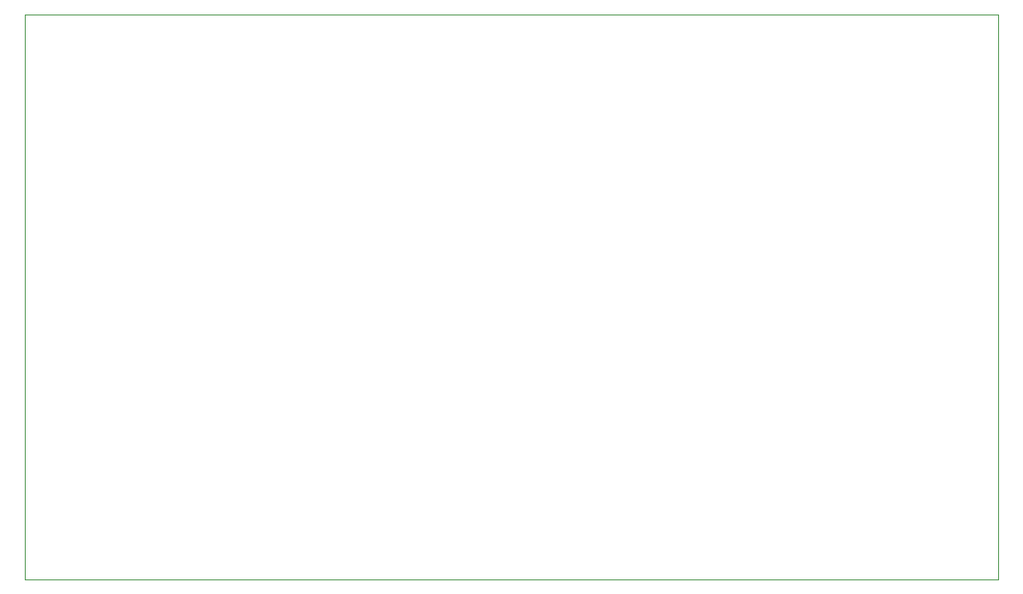
<source format=gm1>
%TF.GenerationSoftware,KiCad,Pcbnew,(6.0.7)*%
%TF.CreationDate,2024-05-09T09:52:52-04:00*%
%TF.ProjectId,ard8088,61726438-3038-4382-9e6b-696361645f70,1.1*%
%TF.SameCoordinates,Original*%
%TF.FileFunction,Profile,NP*%
%FSLAX46Y46*%
G04 Gerber Fmt 4.6, Leading zero omitted, Abs format (unit mm)*
G04 Created by KiCad (PCBNEW (6.0.7)) date 2024-05-09 09:52:52*
%MOMM*%
%LPD*%
G01*
G04 APERTURE LIST*
%TA.AperFunction,Profile*%
%ADD10C,0.100000*%
%TD*%
G04 APERTURE END LIST*
D10*
X191770000Y-118110000D02*
X95535456Y-118110000D01*
X95535456Y-62230000D01*
X191770000Y-62230000D01*
X191770000Y-118110000D01*
M02*

</source>
